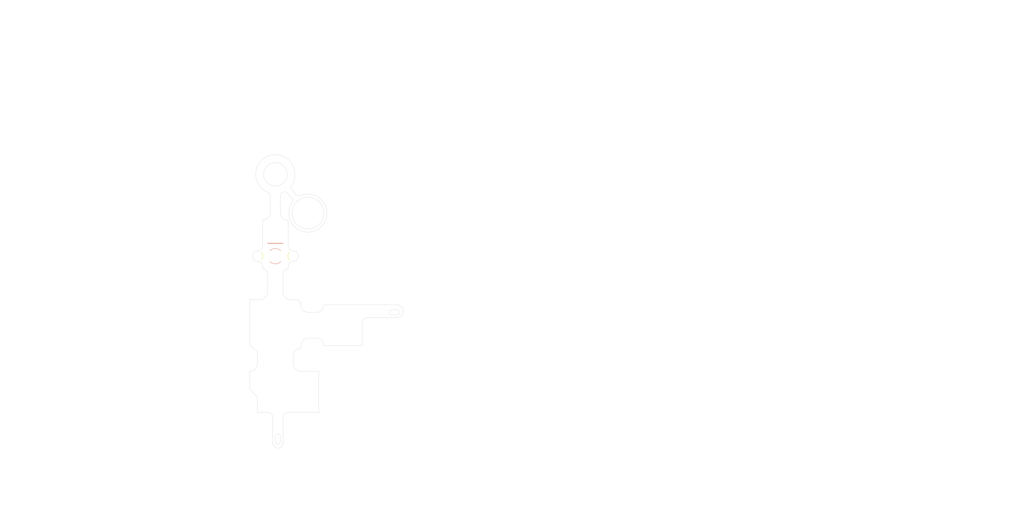
<source format=kicad_pcb>
(kicad_pcb (version 20211014) (generator pcbnew)

  (general
    (thickness 0.7584)
  )

  (paper "A4")
  (title_block
    (title "Miniscope-V4-Rigid-Flex")
    (date "2023-01-17")
    (rev "4.42")
    (company "Aharoni Lab")
  )

  (layers
    (0 "F.Cu" signal)
    (1 "In1.Cu" signal)
    (2 "In2.Cu" signal)
    (3 "In3.Cu" signal)
    (4 "In4.Cu" signal)
    (31 "B.Cu" signal)
    (32 "B.Adhes" user "B.Adhesive")
    (33 "F.Adhes" user "F.Adhesive")
    (34 "B.Paste" user)
    (35 "F.Paste" user)
    (36 "B.SilkS" user "B.Silkscreen")
    (37 "F.SilkS" user "F.Silkscreen")
    (38 "B.Mask" user)
    (39 "F.Mask" user)
    (40 "Dwgs.User" user "User.Drawings")
    (41 "Cmts.User" user "User.Comments")
    (42 "Eco1.User" user "User.Eco1")
    (43 "Eco2.User" user "User.Eco2")
    (44 "Edge.Cuts" user)
    (45 "Margin" user)
    (46 "B.CrtYd" user "B.Courtyard")
    (47 "F.CrtYd" user "F.Courtyard")
    (48 "B.Fab" user)
    (49 "F.Fab" user)
  )

  (setup
    (stackup
      (layer "F.SilkS" (type "Top Silk Screen"))
      (layer "F.Paste" (type "Top Solder Paste"))
      (layer "F.Mask" (type "Top Solder Mask") (thickness 0.01))
      (layer "F.Cu" (type "copper") (thickness 0.035))
      (layer "dielectric 1" (type "core") (thickness 0.2032) (material "FR4") (epsilon_r 4.5) (loss_tangent 0.02))
      (layer "In1.Cu" (type "copper") (thickness 0.018))
      (layer "dielectric 2" (type "prepreg") (thickness 0.07 locked) (material "FR4") (epsilon_r 4.5) (loss_tangent 0.02))
      (layer "In2.Cu" (type "copper") (thickness 0.018))
      (layer "dielectric 3" (type "core") (thickness 0.05 locked) (material "Polyimide") (epsilon_r 3.2) (loss_tangent 0.004))
      (layer "In3.Cu" (type "copper") (thickness 0.018))
      (layer "dielectric 4" (type "prepreg") (thickness 0.07 locked) (material "FR4") (epsilon_r 4.5) (loss_tangent 0.02))
      (layer "In4.Cu" (type "copper") (thickness 0.018))
      (layer "dielectric 5" (type "core") (thickness 0.2032) (material "FR4") (epsilon_r 4.5) (loss_tangent 0.02))
      (layer "B.Cu" (type "copper") (thickness 0.035))
      (layer "B.Mask" (type "Bottom Solder Mask") (thickness 0.01))
      (layer "B.Paste" (type "Bottom Solder Paste"))
      (layer "B.SilkS" (type "Bottom Silk Screen"))
      (copper_finish "ENIG")
      (dielectric_constraints no)
    )
    (pad_to_mask_clearance 0.0254)
    (solder_mask_min_width 0.1016)
    (aux_axis_origin 100.25 130.5)
    (pcbplotparams
      (layerselection 0x0031cfc_ffffffff)
      (disableapertmacros false)
      (usegerberextensions false)
      (usegerberattributes false)
      (usegerberadvancedattributes false)
      (creategerberjobfile false)
      (svguseinch false)
      (svgprecision 6)
      (excludeedgelayer true)
      (plotframeref false)
      (viasonmask false)
      (mode 1)
      (useauxorigin false)
      (hpglpennumber 1)
      (hpglpenspeed 20)
      (hpglpendiameter 15.000000)
      (dxfpolygonmode true)
      (dxfimperialunits true)
      (dxfusepcbnewfont true)
      (psnegative false)
      (psa4output false)
      (plotreference true)
      (plotvalue true)
      (plotinvisibletext false)
      (sketchpadsonfab false)
      (subtractmaskfromsilk false)
      (outputformat 1)
      (mirror false)
      (drillshape 0)
      (scaleselection 1)
      (outputdirectory "Output/")
    )
  )

  (net 0 "")

  (gr_circle (center 110.113273 91.583453) (end 113.513273 91.583453) (layer "In3.Cu") (width 0.3048) (fill none) (tstamp 00000000-0000-0000-0000-00005dfcb650))
  (gr_arc (start 105.97 86.66) (mid 105.111125 87.181679) (end 104.14 87.44) (layer "In3.Cu") (width 0.3048) (tstamp 00000000-0000-0000-0000-00005dfcb65e))
  (gr_line (start 105.97 86.66) (end 107.92 88.97) (layer "In3.Cu") (width 0.3048) (tstamp 00000000-0000-0000-0000-00005dfcb663))
  (gr_arc (start 104.14 87.9) (mid 104.273377 87.544188) (end 104.6 87.35) (layer "In3.Cu") (width 0.3048) (tstamp 156b3179-207e-4cf3-a3fd-160922f18cdc))
  (gr_arc (start 105.54 86.96) (mid 105.981539 86.878363) (end 106.36 87.12) (layer "In3.Cu") (width 0.3048) (tstamp 1b4b5e0c-d4f2-4b34-81cc-46c2fba04f5a))
  (gr_arc (start 102.79 86.68) (mid 103.209353 86.959505) (end 103.39 87.43) (layer "In3.Cu") (width 0.3048) (tstamp 1ea9b0f4-f6e5-4aed-953a-3e325084f18a))
  (gr_arc (start 107.43 88.39) (mid 107.650719 88.926098) (end 107.45 89.47) (layer "In3.Cu") (width 0.3048) (tstamp 75c7ba0f-61c6-4ed8-9f33-6ecdbd2703d5))
  (gr_circle (center 103.75 84) (end 106.5 84) (layer "In3.Cu") (width 0.5) (fill none) (tstamp a24c46cc-0689-49a7-87aa-834a1d16b108))
  (gr_arc (start 108.48 88.6) (mid 107.921825 88.698479) (end 107.44 88.4) (layer "In3.Cu") (width 0.3048) (tstamp acb17fe9-ebb2-4bfa-807a-e49866929d05))
  (gr_arc (start 103.39 87.43) (mid 103.555181 87.019242) (end 103.96 86.84) (layer "In3.Cu") (width 0.3048) (tstamp d182c4ac-5947-42a9-a5d0-91b68f63cd4d))
  (gr_line (start 102.25 97.5) (end 105.25 97.5) (layer "B.SilkS") (width 0.2032) (tstamp 00000000-0000-0000-0000-00005d7dc0fe))
  (gr_arc (start 102.68934 98.93934) (mid 103.75 98.5) (end 104.81066 98.93934) (layer "B.SilkS") (width 0.12) (tstamp 00000000-0000-0000-0000-00005f02a3a4))
  (gr_arc (start 104.81066 101.06066) (mid 103.75 101.5) (end 102.68934 101.06066) (layer "B.SilkS") (width 0.12) (tstamp ef008297-a756-483d-a4b0-03d35aed5d7f))
  (gr_arc (start 100.999999 99.250001) (mid 101.310659 100) (end 100.999999 100.749999) (layer "F.SilkS") (width 0.12) (tstamp 150d217e-07c2-4835-b837-e6d5264e764e))
  (gr_arc (start 106.500001 100.749999) (mid 106.189341 100) (end 106.500001 99.250001) (layer "F.SilkS") (width 0.12) (tstamp 5ef30a05-7495-4587-8bd3-82804233a40e))
  (gr_rect (start 50 50) (end 250 150) (layer "Dwgs.User") (width 0.1) (fill none) (tstamp f22df2fd-8c9e-46ff-aa7a-b6dee838b5ca))
  (gr_line (start 98.75 108.5) (end 98.75 117.5) (layer "Eco1.User") (width 0.15) (tstamp 00000000-0000-0000-0000-00005d79ce29))
  (gr_line (start 113.25 109.5) (end 113.25 117.5) (layer "Eco1.User") (width 0.15) (tstamp 00000000-0000-0000-0000-00005d79d26f))
  (gr_line (start 101.25 102.5) (end 106.25 102.5) (layer "Eco1.User") (width 0.15) (tstamp 00000000-0000-0000-0000-00005d79d3b6))
  (gr_line (start 112.25 130.5) (end 112.25 122.5) (layer "Eco1.User") (width 0.15) (tstamp 00000000-0000-0000-0000-00005d7a6808))
  (gr_line (start 100.25 127.5) (end 100.25 130.5) (layer "Eco1.User") (width 0.15) (tstamp 00000000-0000-0000-0000-00005d7d5d55))
  (gr_line (start 112.25 122.5) (end 98.75 122.5) (layer "Eco1.User") (width 0.15) (tstamp 00000000-0000-0000-0000-00005d7d6672))
  (gr_line (start 108.75 118) (end 108.75 109) (layer "Eco1.User") (width 0.15) (tstamp 00ce6242-5980-4eae-a742-ffb279e555b8))
  (gr_arc (start 101.25 98) (mid 100.957107 98.707107) (end 100.25 99) (layer "Eco1.User") (width 0.15) (tstamp 068b4e01-cca6-4c03-8025-bcb3c277ab49))
  (gr_line (start 106.25 98) (end 106.25 93) (layer "Eco1.User") (width 0.15) (tstamp 06f078d1-5a50-4fb6-8b35-11f65b896989))
  (gr_arc (start 107.25 99) (mid 106.542893 98.707107) (end 106.25 98) (layer "Eco1.User") (width 0.15) (tstamp 097b00fe-f8db-4fac-b091-7c63392631e4))
  (gr_line (start 106.25 93) (end 101.25 93) (layer "Eco1.User") (width 0.15) (tstamp 41eb0fcf-f80f-48c2-8945-5fc340692969))
  (gr_arc (start 106.25 102) (mid 106.542893 101.292893) (end 107.25 101) (layer "Eco1.User") (width 0.15) (tstamp 44d555fa-fd30-4949-bff6-6c4aec2b6453))
  (gr_line (start 120.75 117.5) (end 120.75 109.5) (layer "Eco1.User") (width 0.15) (tstamp 450a0a2f-7373-469c-9d64-36c215576356))
  (gr_line (start 98.75 122.5) (end 98.75 126) (layer "Eco1.User") (width 0.15) (tstamp 4b23fe07-da95-4366-9293-85a839d99887))
  (gr_line (start 101.25 93) (end 101.25 98) (layer "Eco1.User") (width 0.15) (tstamp 4e6e95c4-d089-4308-808b-4cd14724cfaf))
  (gr_line (start 101.25 102.5) (end 101.25 102) (layer "Eco1.User") (width 0.15) (tstamp 5b05a06c-5789-4f89-88c3-17684d1dd25a))
  (gr_arc (start 98.75 117.5) (mid 99.103553 117.646447) (end 99.25 118) (layer "Eco1.User") (width 0.15) (tstamp 6255c1c5-21f6-475c-a0aa-112cbe266465))
  (gr_line (start 108.25 108.5) (end 98.75 108.5) (layer "Eco1.User") (width 0.15) (tstamp a275afba-a192-49bc-8de5-55af2bd9d5a5))
  (gr_line (start 98.75 126) (end 100.25 127.5) (layer "Eco1.User") (width 0.15) (tstamp a6cbd3fb-e8b8-4942-9268-c0620af12467))
  (gr_arc (start 107.25 99) (mid 108.25 100) (end 107.25 101) (layer "Eco1.User") (width 0.15) (tstamp aa1beff6-2a81-4e37-8033-9f254dfb1d9b))
  (gr_arc (start 108.75 109) (mid 108.396447 108.853553) (end 108.25 108.5) (layer "Eco1.User") (width 0.15) (tstamp ab6f9a96-030f-4feb-a0a1-7d69b995fcb9))
  (gr_line (start 106.25 102.5) (end 106.25 102) (layer "Eco1.User") (width 0.15) (tstamp af13700a-48f5-417f-99b6-1ff2b85aae22))
  (gr_arc (start 100.25 101) (mid 100.957107 101.292893) (end 101.25 102) (layer "Eco1.User") (width 0.15) (tstamp bc7769fa-1186-423c-bf1c-7c4e607ff467))
  (gr_line (start 120.75 109.5) (end 113.25 109.5) (layer "Eco1.User") (width 0.15) (tstamp cc8af275-a819-4aae-9231-a22dd469748c))
  (gr_line (start 99.25 118) (end 108.75 118) (layer "Eco1.User") (width 0.15) (tstamp dd67972a-d3bd-4cd1-865f-421356170083))
  (gr_line (start 100.25 130.5) (end 112.25 130.5) (layer "Eco1.User") (width 0.15) (tstamp e2db4e7f-db32-4494-8b98-b6537336794d))
  (gr_arc (start 100.25 101) (mid 99.25 100) (end 100.25 99) (layer "Eco1.User") (width 0.15) (tstamp f41c1143-536a-4bc6-9e13-d5b1ae6df2ce))
  (gr_line (start 113.25 117.5) (end 120.75 117.5) (layer "Eco1.User") (width 0.15) (tstamp fe92670a-e9c0-40b8-85c4-95b8fe635e67))
  (gr_circle (center 110.113273 91.583453) (end 113.524023 91.583453) (layer "Eco2.User") (width 0.6185) (fill none) (tstamp 00000000-0000-0000-0000-00005dfcb64a))
  (gr_circle (center 103.75 84) (end 106.45 84) (layer "Eco2.User") (width 0.8) (fill none) (tstamp 00000000-0000-0000-0000-00005dfcb64b))
  (gr_line (start 102.25 130.5) (end 100.25 130.5) (layer "Edge.Cuts") (width 0.05) (tstamp 00000000-0000-0000-0000-00005d7d8979))
  (gr_line (start 110.25 116) (end 111.75 116) (layer "Edge.Cuts") (width 0.05) (tstamp 00000000-0000-0000-0000-00005d7d995e))
  (gr_line (start 107.25 119.5) (end 107.25 121) (layer "Edge.Cuts") (width 0.05) (tstamp 00000000-0000-0000-0000-00005d7d9964))
  (gr_line (start 108.75 109) (end 108.75 109.5) (layer "Edge.Cuts") (width 0.05) (tstamp 00000000-0000-0000-0000-00005d7d996b))
  (gr_line (start 105.25 103.5) (end 105.25 107) (layer "Edge.Cuts") (width 0.05) (tstamp 00000000-0000-0000-0000-00005d7da6f3))
  (gr_line (start 102.25 103.5) (end 102.25 107) (layer "Edge.Cuts") (width 0.05) (tstamp 00000000-0000-0000-0000-00005d7da6f4))
  (gr_line (start 108.25 108.5) (end 106.75 108.5) (layer "Edge.Cuts") (width 0.05) (tstamp 00000000-0000-0000-0000-00005d7da6f6))
  (gr_line (start 100.75 108.5) (end 98.75 108.5) (layer "Edge.Cuts") (width 0.05) (tstamp 00000000-0000-0000-0000-00005d7da6f7))
  (gr_line (start 106.25 93) (end 106.25 98) (layer "Edge.Cuts") (width 0.05) (tstamp 00000000-0000-0000-0000-00005d7da6f8))
  (gr_line (start 108.75 117.5) (end 108.75 118) (layer "Edge.Cuts") (width 0.05) (tstamp 00000000-0000-0000-0000-00005d7fbadd))
  (gr_line (start 106.25 102) (end 106.25 102.5) (layer "Edge.Cuts") (width 0.05) (tstamp 00000000-0000-0000-0000-00005dfcb5bc))
  (gr_line (start 101.25 102) (end 101.25 102.5) (layer "Edge.Cuts") (width 0.05) (tstamp 00000000-0000-0000-0000-00005dfd110b))
  (gr_line (start 127.5 109.5) (end 120.75 109.5) (layer "Edge.Cuts") (width 0.05) (tstamp 00000000-0000-0000-0000-00005ff4e52b))
  (gr_line (start 126.5 110.5) (end 127.5 110.5) (layer "Edge.Cuts") (width 0.05) (tstamp 00000000-0000-0000-0000-00005ff4e576))
  (gr_line (start 127.5 111.5) (end 126.5 111.5) (layer "Edge.Cuts") (width 0.05) (tstamp 00000000-0000-0000-0000-00005ff4e578))
  (gr_line (start 104.75 135.25) (end 104.75 136.25) (layer "Edge.Cuts") (width 0.05) (tstamp 00000000-0000-0000-0000-00005ff4e592))
  (gr_line (start 103.75 135.25) (end 103.75 136.25) (layer "Edge.Cuts") (width 0.05) (tstamp 00000000-0000-0000-0000-00005ff4e593))
  (gr_line (start 106.25 130.5) (end 112.25 130.5) (layer "Edge.Cuts") (width 0.05) (tstamp 00000000-0000-0000-0000-00005ff4e5a1))
  (gr_arc (start 102.25 130.5) (mid 102.957107 130.792893) (end 103.25 131.5) (layer "Edge.Cuts") (width 0.05) (tstamp 0413221b-f286-4c17-944a-11e58b918898))
  (gr_arc (start 107.25 99) (mid 106.542893 98.707107) (end 106.25 98) (layer "Edge.Cuts") (width 0.05) (tstamp 04c77d11-0fb9-4430-bfb9-325c44ebd98a))
  (gr_arc (start 113.25 109.5) (mid 112.81066 110.56066) (end 111.75 111) (layer "Edge.Cuts") (width 0.05) (tstamp 08d343ca-437f-453b-a38e-6927a9a05b10))
  (gr_line (start 104.75 91.5) (end 104.75 88.13633) (layer "Edge.Cuts") (width 0.05) (tstamp 0cab9dd4-e445-4f55-9fd9-2ef5e8a17030))
  (gr_line (start 98.75 117.5) (end 98.75 108.5) (layer "Edge.Cuts") (width 0.05) (tstamp 0cefd65c-e91d-43ef-b20c-d5bdc3db68cc))
  (gr_arc (start 105.25 136.5) (mid 104.25 137.5) (end 103.25 136.5) (layer "Edge.Cuts") (width 0.05) (tstamp 115efaac-3fa1-49b3-a34b-a18378d43b62))
  (gr_arc (start 99.25 118) (mid 99.957107 118.292893) (end 100.25 119) (layer "Edge.Cuts") (width 0.05) (tstamp 16ec0ae4-9e19-4a8a-8742-c81ac79048b2))
  (gr_arc (start 120.75 113) (mid 121.042893 112.292893) (end 121.75 112) (layer "Edge.Cuts") (width 0.05) (tstamp 1a00498c-6240-4ca9-8973-d301fda75d9c))
  (gr_line (start 101.25 98) (end 101.25 93) (layer "Edge.Cuts") (width 0.05) (tstamp 2c99c515-0dc5-41ec-b27e-8c288e677565))
  (gr_arc (start 111.75 116) (mid 112.81066 116.43934) (end 113.25 117.5) (layer "Edge.Cuts") (width 0.05) (tstamp 32163c96-07b6-4b13-84e4-9d286ce0d050))
  (gr_line (start 98.75 126) (end 100.25 127.5) (layer "Edge.Cuts") (width 0.05) (tstamp 383705f8-42df-44d4-aee8-f082a85aa98e))
  (gr_arc (start 108.577148 88.195427) (mid 112.504437 94.433132) (end 107.043463 89.482341) (layer "Edge.Cuts") (width 0.05) (tstamp 38820f16-aedd-4eeb-a059-fa2f5ebc8a6c))
  (gr_arc (start 105.25 103.5) (mid 105.542893 102.792893) (end 106.25 102.5) (layer "Edge.Cuts") (width 0.05) (tstamp 39258c1a-6994-4172-86bc-aeebb54c0b68))
  (gr_line (start 108.75 122.5) (end 112.25 122.5) (layer "Edge.Cuts") (width 0.05) (tstamp 3b493561-5d8d-46fa-92ae-a772e7f28df0))
  (gr_arc (start 100.25 101) (mid 99.25 100) (end 100.25 99) (layer "Edge.Cuts") (width 0.05) (tstamp 3e23d871-567a-4c8c-9473-80c3435202e0))
  (gr_line (start 100.25 121) (end 100.25 119) (layer "Edge.Cuts") (width 0.05) (tstamp 3f919474-55c9-4fb4-aed7-bd525c79c853))
  (gr_arc (start 101.25 102.5) (mid 101.957107 102.792893) (end 102.25 103.5) (layer "Edge.Cuts") (width 0.05) (tstamp 4227d8de-fb35-4e0c-8d83-901bb5ed5def))
  (gr_arc (start 107.25 119.5) (mid 107.68934 118.43934) (end 108.75 118) (layer "Edge.Cuts") (width 0.05) (tstamp 49f6f203-da6d-4406-b218-381a6f350b78))
  (gr_arc (start 98.75 117.5) (mid 99.103553 117.646447) (end 99.25 118) (layer "Edge.Cuts") (width 0.05) (tstamp 4cc7baf3-6a2a-4282-8e5a-7161cc972cf3))
  (gr_line (start 120.75 117.5) (end 120.75 113) (layer "Edge.Cuts") (width 0.05) (tstamp 5220e529-25f1-4046-b2e5-2ee00d69dce7))
  (gr_circle (center 110.113273 91.583453) (end 113.214773 91.583453) (layer "Edge.Cuts") (width 0.05) (fill none) (tstamp 525dd9f9-2a07-4433-b5ab-1852a4cb3db4))
  (gr_arc (start 102.75 91.5) (mid 102.31066 92.56066) (end 101.25 93) (layer "Edge.Cuts") (width 0.05) (tstamp 5c79c072-da61-41d3-8306-9b5d4118778a))
  (gr_arc (start 127.5 110.5) (mid 128 111) (end 127.5 111.5) (layer "Edge.Cuts") (width 0.05) (tstamp 5df4ab9e-598d-480c-bd91-c6d07b9e5c64))
  (gr_arc (start 106.25 102) (mid 106.542893 101.292893) (end 107.25 101) (layer "Edge.Cuts") (width 0.05) (tstamp 5e74fce6-e6da-4ebd-82dd-dc8ea71bd429))
  (gr_arc (start 105.25 131.5) (mid 105.542893 130.792893) (end 106.25 130.5) (layer "Edge.Cuts") (width 0.05) (tstamp 65e96255-a9d6-4b7a-97f6-1267cffac03f))
  (gr_arc (start 102.36646 87.576736) (mid 102.6272 80.333047) (end 106.898949 86.188914) (layer "Edge.Cuts") (width 0.05) (tstamp 6988b516-2713-4cee-8d3b-4d1589efdc66))
  (gr_arc (start 106.931987 86.91705) (mid 106.792233 86.558574) (end 106.898949 86.188914) (layer "Edge.Cuts") (width 0.05) (tstamp 6cbd1862-baa9-44ed-b8b9-34031c026f86))
  (gr_line (start 105.13354 87.576736) (end 105.35885 87.48121) (layer "Edge.Cuts") (width 0.05) (tstamp 6e2ed2e3-ed34-4f08-b540-e67ca6ad5c9b))
  (gr_arc (start 102.36646 87.576736) (mid 102.644912 87.797122) (end 102.75 88.13633) (layer "Edge.Cuts") (width 0.05) (tstamp 70b08606-11a8-4f2b-b50b-1f738061bbbe))
  (gr_arc (start 104.75 136.25) (mid 104.25 136.75) (end 103.75 136.25) (layer "Edge.Cuts") (width 0.05) (tstamp 70e89009-8b94-48b7-956e-7748572b1e60))
  (gr_line (start 98.75 122.5) (end 98.75 126) (layer "Edge.Cuts") (width 0.05) (tstamp 712ff0a5-12a6-42c4-8dd0-474db622ec08))
  (gr_line (start 121.75 112) (end 127.5 112) (layer "Edge.Cuts") (width 0.05) (tstamp 82f39d1e-6eb2-4b3d-86a7-08e500c97db6))
  (gr_arc (start 108.577148 88.195427) (mid 108.196409 88.234043) (end 107.86976 88.034644) (layer "Edge.Cuts") (width 0.05) (tstamp 8c9c6994-5ed8-4336-92f0-3de1dd1b9a07))
  (gr_arc (start 103.75 135.25) (mid 104.25 134.75) (end 104.75 135.25) (layer "Edge.Cuts") (width 0.05) (tstamp 8cc6ff87-180f-47fe-83ff-492360f29e5c))
  (gr_arc (start 127.5 109.5) (mid 128.75 110.75) (end 127.5 112) (layer "Edge.Cuts") (width 0.05) (tstamp 8eb1df53-140e-49bc-b16b-2918c7cc9fde))
  (gr_arc (start 107.00796 88.75778) (mid 107.147612 89.114087) (end 107.043463 89.482341) (layer "Edge.Cuts") (width 0.05) (tstamp 924a7bfc-8594-4bb7-9e6b-a0c626e01e19))
  (gr_arc (start 101.25 98) (mid 100.957107 98.707107) (end 100.25 99) (layer "Edge.Cuts") (width 0.05) (tstamp 94a5b092-af2b-46ad-90b6-77a1bc2a5b72))
  (gr_line (start 105.25 131.5) (end 105.25 136.5) (layer "Edge.Cuts") (width 0.05) (tstamp 959d0233-8b1c-4c65-a8af-018046e7b72d))
  (gr_arc (start 100.25 101) (mid 100.957107 101.292893) (end 101.25 102) (layer "Edge.Cuts") (width 0.05) (tstamp 9b68089e-58c3-49a1-8755-4f1cc50bf105))
  (gr_line (start 103.25 131.5) (end 103.25 136.5) (layer "Edge.Cuts") (width 0.05) (tstamp 9d35e151-d95a-4e25-a220-d51a81540e7b))
  (gr_line (start 106.070187 87.640186) (end 107.00796 88.75778) (layer "Edge.Cuts") (width 0.05) (tstamp 9e0a799c-d9c3-4ff8-83f7-9e8e79944144))
  (gr_circle (center 103.75 84) (end 106.05 84) (layer "Edge.Cuts") (width 0.05) (fill none) (tstamp ac203636-ba8a-4eb4-bcc4-22b2e6cc6876))
  (gr_arc (start 107.25 99) (mid 108.25 100) (end 107.25 101) (layer "Edge.Cuts") (width 0.05) (tstamp af2fe208-329a-4ce8-b497-c15cb4bf16fc))
  (gr_line (start 107.86976 88.034644) (end 106.931987 86.91705) (layer "Edge.Cuts") (width 0.05) (tstamp b0b53c73-703a-4c3e-9f08-5571660d76e4))
  (gr_arc (start 108.75 122.5) (mid 107.68934 122.06066) (end 107.25 121) (layer "Edge.Cuts") (width 0.05) (tstamp ba2afd86-5df3-4007-b519-ae9819780948))
  (gr_line (start 112.25 122.5) (end 112.25 130.5) (layer "Edge.Cuts") (width 0.05) (tstamp c36182a4-7e80-480c-99e3-98665c45b9f2))
  (gr_arc (start 100.25 121) (mid 99.81066 122.06066) (end 98.75 122.5) (layer "Edge.Cuts") (width 0.05) (tstamp c363a9e9-b9f1-451d-93bf-ca5a160befaa))
  (gr_arc (start 108.75 117.5) (mid 109.18934 116.43934) (end 110.25 116) (layer "Edge.Cuts") (width 0.05) (tstamp c466a3fa-f545-461b-8990-bfd3fd680714))
  (gr_line (start 113.25 117.5) (end 120.75 117.5) (layer "Edge.Cuts") (width 0.05) (tstamp c50b18de-0b2a-40b2-abb9-17d97c9ad274))
  (gr_line (start 102.75 88.13633) (end 102.75 91.5) (layer "Edge.Cuts") (width 0.05) (tstamp c90a79c3-3d1a-498a-989c-9508c765e9d8))
  (gr_arc (start 106.25 93) (mid 105.18934 92.56066) (end 104.75 91.5) (layer "Edge.Cuts") (width 0.05) (tstamp ca7c9bbf-51f2-4eaf-97ae-e22204547846))
  (gr_arc (start 110.25 111) (mid 109.18934 110.56066) (end 108.75 109.5) (layer "Edge.Cuts") (width 0.05) (tstamp d6493fab-99ae-424f-9f23-eb1490077703))
  (gr_line (start 120.75 109.5) (end 113.25 109.5) (layer "Edge.Cuts") (width 0.05) (tstamp d85b6741-2895-4e3b-ba15-8f1a81020a36))
  (gr_arc (start 108.75 109) (mid 108.396447 108.853553) (end 108.25 108.5) (layer "Edge.Cuts") (width 0.05) (tstamp e3116027-a0a9-4b79-a9ce-aafa5311be3d))
  (gr_arc (start 105.35885 87.48121) (mid 105.741425 87.440304) (end 106.070187 87.640186) (layer "Edge.Cuts") (width 0.05) (tstamp e4f54159-d98e-4dd4-960b-a8ae43b9e726))
  (gr_arc (start 102.25 107) (mid 101.81066 108.06066) (end 100.75 108.5) (layer "Edge.Cuts") (width 0.05) (tstamp e72879a8-a8e1-4478-9726-641716805b9b))
  (gr_line (start 100.25 130.5) (end 100.25 127.5) (layer "Edge.Cuts") (width 0.05) (tstamp f1b0899c-240a-4af1-bf9a-50e3f649aff5))
  (gr_arc (start 126.5 111.5) (mid 126 111) (end 126.5 110.5) (layer "Edge.Cuts") (width 0.05) (tstamp f2c7c264-b5b9-475e-827b-97215a482d9d))
  (gr_arc (start 104.75 88.13633) (mid 104.855088 87.797122) (end 105.13354 87.576736) (layer "Edge.Cuts") (width 0.05) (tstamp f88e005e-0bee-4790-a2de-e4b9ae5a92a4))
  (gr_arc (start 106.75 108.5) (mid 105.68934 108.06066) (end 105.25 107) (layer "Edge.Cuts") (width 0.05) (tstamp fc20430e-9468-4435-a3aa-0207693fc8d0))
  (gr_line (start 110.25 111) (end 111.75 111) (layer "Edge.Cuts") (width 0.05) (tstamp fdb1170f-c79a-4edf-99e2-2685295d2ec2))
  (gr_text "ASDF" (at 114.71 71.86) (layer "Cmts.User") (tstamp 3680b951-6b60-4c4d-80db-8837881b17e3)
    (effects (font (size 1.5 1.5) (thickness 0.2)) (justify left))
  )
  (gr_text "Diode pin numbering according to JEDEC, pin 1 = cathode\nUse F.Fab / B.Fab for pin 1 markings\n\nSpecial Layers:\n\nUser.Eco1 contains rigid section outline\nUser.Eco2 contains flex section bottom side polyimide cutouts\n" (at 132.25 120.5) (layer "Cmts.User") (tstamp 4d257a8a-414c-41a9-ba4c-419d27b29b74)
    (effects (font (size 1.5 1.5) (thickness 0.2)) (justify left))
  )
  (gr_text "Internal note:\nLens flex section 1mm longer than theoretical\nlength, 0.5mm shorter than previous length" (at 61.25 89.5) (layer "Cmts.User") (tstamp 9e18b8cd-587d-4608-8fae-93a8543d5ab2)
    (effects (font (size 1 1) (thickness 0.15)) (justify left))
  )

  (group "" (id bceb3aba-1c0a-4d42-9439-ca6ddcf5fe1c)
    (members
      0cab9dd4-e445-4f55-9fd9-2ef5e8a17030
      38820f16-aedd-4eeb-a059-fa2f5ebc8a6c
      525dd9f9-2a07-4433-b5ab-1852a4cb3db4
      6988b516-2713-4cee-8d3b-4d1589efdc66
      6cbd1862-baa9-44ed-b8b9-34031c026f86
      6e2ed2e3-ed34-4f08-b540-e67ca6ad5c9b
      70b08606-11a8-4f2b-b50b-1f738061bbbe
      8c9c6994-5ed8-4336-92f0-3de1dd1b9a07
      924a7bfc-8594-4bb7-9e6b-a0c626e01e19
      9e0a799c-d9c3-4ff8-83f7-9e8e79944144
      ac203636-ba8a-4eb4-bcc4-22b2e6cc6876
      b0b53c73-703a-4c3e-9f08-5571660d76e4
      c90a79c3-3d1a-498a-989c-9508c765e9d8
      e4f54159-d98e-4dd4-960b-a8ae43b9e726
      f88e005e-0bee-4790-a2de-e4b9ae5a92a4
    )
  )
)

</source>
